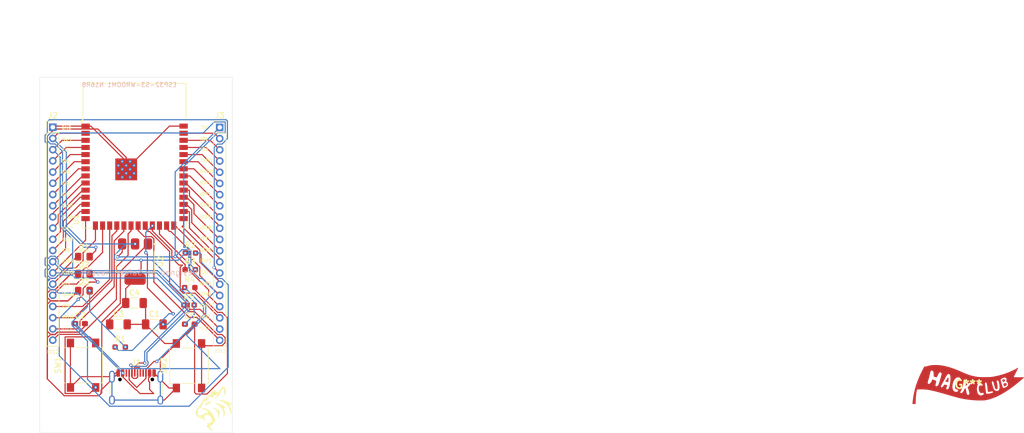
<source format=kicad_pcb>
(kicad_pcb (version 20241229) (generator "pcbnew") (generator_version "9.0")
  (layers (0 "F.Cu" signal) (2 "B.Cu" signal) (13 "F.Paste" user) (15 "B.Paste" user) (5 "F.SilkS" user "F.Silkscreen") (7 "B.SilkS" user "B.Silkscreen") (1 "F.Mask" user) (3 "B.Mask" user) (25 "Edge.Cuts" user))
  (net 0 "")
  (net 1 "GND")
  (net 2 "Net-(J2-Pin_3)")
  (net 3 "+5V")
  (net 4 "+3V3")
  (net 5 "Net-(D1-A)")
  (net 6 "Net-(D2-A)")
  (net 7 "Net-(D3-A)")
  (net 8 "Net-(J2-Pin_14)")
  (net 10 "Net-(J2-Pin_13)")
  (net 11 "Net-(J1-CC1)")
  (net 13 "Net-(J2-Pin_10)")
  (net 14 "Net-(J2-Pin_11)")
  (net 15 "Net-(J2-Pin_4)")
  (net 16 "Net-(J2-Pin_20)")
  (net 17 "Net-(J2-Pin_9)")
  (net 18 "Net-(J2-Pin_6)")
  (net 19 "Net-(J2-Pin_8)")
  (net 20 "Net-(J2-Pin_17)")
  (net 21 "Net-(J2-Pin_19)")
  (net 22 "Net-(J2-Pin_15)")
  (net 23 "Net-(J2-Pin_12)")
  (net 24 "Net-(J2-Pin_7)")
  (net 25 "Net-(J2-Pin_18)")
  (net 26 "Net-(J2-Pin_16)")
  (net 27 "Net-(J2-Pin_5)")
  (net 28 "Net-(J3-Pin_16)")
  (net 29 "Net-(J3-Pin_4)")
  (net 30 "Net-(J3-Pin_8)")
  (net 31 "Net-(J3-Pin_3)")
  (net 32 "Net-(J3-Pin_13)")
  (net 33 "Net-(J3-Pin_14)")
  (net 34 "Net-(J3-Pin_12)")
  (net 35 "Net-(J3-Pin_5)")
  (net 36 "Net-(J3-Pin_10)")
  (net 37 "Net-(J3-Pin_15)")
  (net 38 "Net-(J3-Pin_17)")
  (net 39 "Net-(J3-Pin_19)")
  (net 40 "Net-(J3-Pin_6)")
  (net 41 "Net-(J3-Pin_7)")
  (net 42 "Net-(J3-Pin_2)")
  (net 43 "Net-(J3-Pin_9)")
  (net 44 "Net-(J3-Pin_18)")
  (net 45 "Net-(J3-Pin_11)")
  (net 46 "Net-(J3-Pin_20)")
  (footprint "Package_TO_SOT_SMD:SOT-223-3_TabPin2" (layer "F.Cu") (at 111.26 102.99 -90)
    (property "Reference" "U2")
    (property "Value" "LD1117S33TR_SOT223")
  )
  (footprint "LOGO" (layer "F.Cu") (at 260.04 124.93)
    (property "Reference" "G***")
    (property "Value" "LOGO" (hide yes))
  )
  (footprint "LOGO" (layer "F.Cu") (at 125.69 128.74)
    (property "Reference" "G***" (hide yes))
    (property "Value" "LOGO" (hide yes))
  )
  (footprint "Capacitor_SMD:C_1206_3216Metric_Pad1.33x1.80mm_HandSolder" (layer "F.Cu") (at 111.15 110.39)
    (property "Reference" "C4")
    (property "Value" "22uF")
  )
  (footprint "Capacitor_SMD:C_0603_1608Metric_Pad1.08x0.95mm_HandSolder" (layer "F.Cu") (at 121.0225 114.16)
    (property "Reference" "C5")
    (property "Value" "100nF")
  )
  (footprint "Button_Switch_SMD:SW_SPST_B3S-1000" (layer "F.Cu") (at 101.97 121.49 90)
    (property "Reference" "SW1")
    (property "Value" "SW_Push")
  )
  (footprint "LED_SMD:LED_0805_2012Metric_Pad1.15x1.40mm_HandSolder" (layer "F.Cu") (at 102.125 108.19)
    (property "Reference" "D3")
    (property "Value" "LED")
  )
  (footprint "Button_Switch_SMD:SW_SPST_B3S-1000" (layer "F.Cu") (at 120.88 121.59 90)
    (property "Reference" "SW2")
    (property "Value" "SW_Push")
  )
  (footprint "Connector_PinHeader_2.00mm:PinHeader_1x20_P2.00mm_Vertical" (layer "F.Cu") (at 126.37 79.04)
    (property "Reference" "J3")
    (property "Value" "Conn_01x20_Pin")
  )
  (footprint "LED_SMD:LED_0805_2012Metric_Pad1.15x1.40mm_HandSolder" (layer "F.Cu") (at 102.125 105.15)
    (property "Reference" "D2")
    (property "Value" "LED")
  )
  (footprint "Resistor_SMD:R_0603_1608Metric_Pad0.98x0.95mm_HandSolder" (layer "F.Cu") (at 121.1075 104.43)
    (property "Reference" "R3")
    (property "Value" "5.1k")
  )
  (footprint "RF_Module:ESP32-S3-WROOM-1" (layer "F.Cu") (at 111.17 84.07)
    (property "Reference" "U1")
    (property "Value" "ESP32-S3-WROOM-1")
  )
  (footprint "Capacitor_SMD:C_0603_1608Metric_Pad1.08x0.95mm_HandSolder" (layer "F.Cu") (at 101.4425 114.06)
    (property "Reference" "C2")
    (property "Value" "100nF")
  )
  (footprint "Resistor_SMD:R_0603_1608Metric_Pad0.98x0.95mm_HandSolder" (layer "F.Cu") (at 121.14 101.46)
    (property "Reference" "R2")
    (property "Value" "5.1k")
  )
  (footprint "Capacitor_SMD:C_1206_3216Metric_Pad1.33x1.80mm_HandSolder" (layer "F.Cu") (at 114.7 114.2)
    (property "Reference" "C1")
    (property "Value" "10uF")
  )
  (footprint "Resistor_SMD:R_0603_1608Metric_Pad0.98x0.95mm_HandSolder" (layer "F.Cu") (at 121.02 107.63)
    (property "Reference" "R4")
    (property "Value" "5.1k")
  )
  (footprint "Connector_PinHeader_2.00mm:PinHeader_1x20_P2.00mm_Vertical" (layer "F.Cu") (at 96.57 79.01)
    (property "Reference" "J2")
    (property "Value" "Conn_01x20_Pin")
  )
  (footprint "Resistor_SMD:R_0603_1608Metric_Pad0.98x0.95mm_HandSolder" (layer "F.Cu") (at 108.61 118.25)
    (property "Reference" "R1")
    (property "Value" "5.1k")
  )
  (footprint "Capacitor_SMD:C_1206_3216Metric_Pad1.33x1.80mm_HandSolder" (layer "F.Cu") (at 108.29 114.2)
    (property "Reference" "C3")
    (property "Value" "10uF")
  )
  (footprint "Resistor_SMD:R_0603_1608Metric_Pad0.98x0.95mm_HandSolder" (layer "F.Cu") (at 120.89 110.75)
    (property "Reference" "R5")
    (property "Value" "5.1k")
  )
  (footprint "LED_SMD:LED_0805_2012Metric_Pad1.15x1.40mm_HandSolder" (layer "F.Cu") (at 102.125 102.11)
    (property "Reference" "D1")
    (property "Value" "LED")
  )
  (footprint "Connector_USB:USB_C_Receptacle_HCTL_HC-TYPE-C-16P-01A" (layer "F.Cu") (at 111.45 126.64)
    (property "Reference" "J1")
    (property "Value" "USB_C_Receptacle_USB2.0_16P")
  )
  (gr_rect (start 94.25 70.07) (end 128.63 133.58) (stroke (width 0.05)) (fill no) (layer "Edge.Cuts"))
  (gr_text "IO17" (at 98.04 97.42 0) (layer "F.SilkS") (effects (font (size 0.6 0.6) (thickness 0.1)) (justify left bottom)))
  (gr_text "IO46" (at 98.09 109.24 0) (layer "F.SilkS") (effects (font (size 0.6 0.6) (thickness 0.1)) (justify left bottom)))
  (gr_text "IO42" (at 122.74 89.28 0) (layer "F.SilkS") (effects (font (size 0.6 0.6) (thickness 0.1)) (justify left bottom)))
  (gr_text "IO35" (at 122.78 103.16 0) (layer "F.SilkS") (effects (font (size 0.6 0.6) (thickness 0.1)) (justify left bottom)))
  (gr_text "IO2\n" (at 122.84 83.31 0) (layer "F.SilkS") (effects (font (size 0.6 0.6) (thickness 0.1)) (justify left bottom)))
  (gr_text "IO21" (at 122.74 113.17 0) (layer "F.SilkS") (effects (font (size 0.6 0.6) (thickness 0.1)) (justify left bottom)))
  (gr_text "IO7" (at 98.09 91.37 0) (layer "F.SilkS") (effects (font (size 0.6 0.6) (thickness 0.1)) (justify left bottom)))
  (gr_text "IO4" (at 98.14 85.44 0) (layer "F.SilkS") (effects (font (size 0.6 0.6) (thickness 0.1)) (justify left bottom)))
  (gr_text "IO41" (at 122.74 91.26 0) (layer "F.SilkS") (effects (font (size 0.6 0.6) (thickness 0.1)) (justify left bottom)))
  (gr_text "IO20" (at 98.1 105.31 0) (layer "F.SilkS") (effects (font (size 0.6 0.6) (thickness 0.1)) (justify left bottom)))
  (gr_text "IO5" (at 98.14 87.35 0) (layer "F.SilkS") (effects (font (size 0.6 0.6) (thickness 0.1)) (justify left bottom)))
  (gr_text "IO12" (at 95.53 119.46 0) (layer "F.SilkS") (effects (font (size 0.6 0.6) (thickness 0.1)) (justify left bottom)))
  (gr_text "IO40" (at 122.72 93.25 0) (layer "F.SilkS") (effects (font (size 0.6 0.6) (thickness 0.1)) (justify left bottom)))
  (gr_text "5V" (at 123 79.36 0) (layer "F.SilkS") (effects (font (size 0.6 0.6) (thickness 0.1)) (justify left bottom)))
  (gr_text "GND" (at 98.04 79.45 0) (layer "F.SilkS") (effects (font (size 0.6 0.6) (thickness 0.1)) (justify left bottom)))
  (gr_text "IO8" (at 98.06 101.32 0) (layer "F.SilkS") (effects (font (size 0.6 0.6) (thickness 0.1)) (justify left bottom)))
  (gr_text "IO47\n" (at 122.73 111.22 0) (layer "F.SilkS") (effects (font (size 0.6 0.6) (thickness 0.1)) (justify left bottom)))
  (gr_text "IO39\n" (at 122.67 95.3 0) (layer "F.SilkS") (effects (font (size 0.6 0.6) (thickness 0.1)) (justify left bottom)))
  (gr_text "IO0" (at 122.75 105.2 0) (layer "F.SilkS") (effects (font (size 0.6 0.6) (thickness 0.1)) (justify left bottom)))
  (gr_text "IO13" (at 125.42 119.3 0) (layer "F.SilkS") (effects (font (size 0.6 0.6) (thickness 0.075)) (justify left bottom)))
  (gr_text "RXD0\n" (at 122.79 87.24 0) (layer "F.SilkS") (effects (font (size 0.6 0.6) (thickness 0.1)) (justify left bottom)))
  (gr_text "IO48" (at 122.74 109.13 0) (layer "F.SilkS") (effects (font (size 0.6 0.6) (thickness 0.1)) (justify left bottom)))
  (gr_text "IO45\n" (at 122.74 107.26 0) (layer "F.SilkS") (effects (font (size 0.6 0.6) (thickness 0.1)) (justify left bottom)))
  (gr_text "IO19" (at 98.13 103.27 0) (layer "F.SilkS") (effects (font (size 0.6 0.6) (thickness 0.1)) (justify left bottom)))
  (gr_text "IO16" (at 98.02 95.41 0) (layer "F.SilkS") (effects (font (size 0.6 0.6) (thickness 0.1)) (justify left bottom)))
  (gr_text "IO37" (at 122.67 99.28 0) (layer "F.SilkS") (effects (font (size 0.6 0.6) (thickness 0.1)) (justify left bottom)))
  (gr_text "IO6" (at 98.09 89.39 0) (layer "F.SilkS") (effects (font (size 0.6 0.6) (thickness 0.1)) (justify left bottom)))
  (gr_text "IO38" (at 122.69 97.31 0) (layer "F.SilkS") (effects (font (size 0.6 0.6) (thickness 0.1)) (justify left bottom)))
  (gr_text "IO9\n" (at 98.08 111.33 0) (layer "F.SilkS") (effects (font (size 0.6 0.6) (thickness 0.1)) (justify left bottom)))
  (gr_text "TXD0" (at 122.79 85.33 0) (layer "F.SilkS") (effects (font (size 0.6 0.6) (thickness 0.1)) (justify left bottom)))
  (gr_text "IO3\n" (at 98.09 107.37 0) (layer "F.SilkS") (effects (font (size 0.6 0.6) (thickness 0.1)) (justify left bottom)))
  (gr_text "IO11" (at 98.02 115.38 0) (layer "F.SilkS") (effects (font (size 0.6 0.6) (thickness 0.075)) (justify left bottom)))
  (gr_text "IO1\n" (at 122.8 81.5 0) (layer "F.SilkS") (effects (font (size 0.6 0.6) (thickness 0.1)) (justify left bottom)))
  (gr_text "IO10" (at 98.09 113.28 0) (layer "F.SilkS") (effects (font (size 0.6 0.6) (thickness 0.1)) (justify left bottom)))
  (gr_text "IO15" (at 98.07 93.36 0) (layer "F.SilkS") (effects (font (size 0.6 0.6) (thickness 0.1)) (justify left bottom)))
  (gr_text "IO18" (at 98.02 99.39 0) (layer "F.SilkS") (effects (font (size 0.6 0.6) (thickness 0.1)) (justify left bottom)))
  (gr_text "3V3" (at 98.15 81.61 0) (layer "F.SilkS") (effects (font (size 0.6 0.6) (thickness 0.1)) (justify left bottom)))
  (gr_text "EN" (at 98.19 83.42 0) (layer "F.SilkS") (effects (font (size 0.6 0.6) (thickness 0.1)) (justify left bottom)))
  (gr_text "IO36" (at 122.71 101.21 0) (layer "F.SilkS") (effects (font (size 0.6 0.6) (thickness 0.1)) (justify left bottom)))
  (gr_text "IO14" (at 122.67 115.27 0) (layer "F.SilkS") (effects (font (size 0.6 0.6) (thickness 0.075)) (justify left bottom)))
  (gr_text "ESP32-S3-WROOM1 N16R8" (at 118.74 71.9 0) (layer "B.SilkS") (effects (font (size 0.8 0.8) (thickness 0.1)) (justify left bottom mirror)))
  (gr_text "Designed by Safeer Hassan" (at 122.56 105.52 0) (layer "B.SilkS") (effects (font (size 1 1) (thickness 0.1)) (justify left bottom mirror)))
  (segment (start 100.850273 102.11) (end 101.1 102.11) (width 0.2) (layer "F.Cu") (net 1))
  (segment (start 99.256 110.034) (end 101.1 108.19) (width 0.2) (layer "F.Cu") (net 1))
  (segment (start 109.67 86.53) (end 109.67 84.38) (width 0.2) (layer "F.Cu") (net 1))
  (segment (start 95.594 110.605727) (end 96.165727 110.034) (width 0.2) (layer "F.Cu") (net 1))
  (segment (start 96.974273 108.034) (end 99.858273 105.15) (width 0.2) (layer "F.Cu") (net 1))
  (segment (start 95.594 107.414273) (end 95.594 106.557727) (width 0.2) (layer "F.Cu") (net 1))
  (segment (start 95.594 80.605727) (end 95.594 123.9331) (width 0.2) (layer "F.Cu") (net 1))
  (segment (start 127.747 113.036727) (end 127.747 122.975) (width 0.2) (layer "F.Cu") (net 1))
  (segment (start 116.5525 117.615) (end 113.1375 114.2) (width 0.2) (layer "F.Cu") (net 1))
  (segment (start 125.965727 112.064) (end 126.774273 112.064) (width 0.2) (layer "F.Cu") (net 1))
  (segment (start 108.25 122.895) (end 107.94 122.895) (width 0.2) (layer "F.Cu") (net 1))
  (segment (start 96.165727 115.986) (end 95.594 115.414273) (width 0.2) (layer "F.Cu") (net 1))
  (segment (start 107.94 122.895) (end 107.94 122.713032) (width 0.2) (layer "F.Cu") (net 1))
  (segment (start 95.594 123.9331) (end 95.594 116.605727) (width 0.2) (layer "F.Cu") (net 1))
  (segment (start 121.9325 108.030773) (end 125.965727 112.064) (width 0.2) (layer "F.Cu") (net 1))
  (segment (start 101.1 108.19) (end 99.304 109.986) (width 0.2) (layer "F.Cu") (net 1))
  (segment (start 105.171 125.974) (end 105.171 126.541) (width 0.2) (layer "F.Cu") (net 1))
  (segment (start 118.63 117.615) (end 116.5525 117.615) (width 0.2) (layer "F.Cu") (net 1))
  (segment (start 121.885 114.36) (end 121.885 114.16) (width 0.2) (layer "F.Cu") (net 1))
  (segment (start 113.1375 110.815) (end 112.7125 110.39) (width 0.2) (layer "F.Cu") (net 1))
  (segment (start 97.4279 115.585) (end 97.3129 115.7) (width 0.2) (layer "F.Cu") (net 1))
  (segment (start 102.42 78.81) (end 103.37 78.81) (width 0.2) (layer "F.Cu") (net 1))
  (segment (start 99.858273 105.15) (end 101.1 105.15) (width 0.2) (layer "F.Cu") (net 1))
  (segment (start 102.305 114.06) (end 102.305 114.535) (width 0.2) (layer "F.Cu") (net 1))
  (segment (start 99.304 109.986) (end 96.165727 109.986) (width 0.2) (layer "F.Cu") (net 1))
  (segment (start 95.594 123.9331) (end 98.6029 126.942) (width 0.2) (layer "F.Cu") (net 1))
  (segment (start 108.25 122.895) (end 105.171 125.974) (width 0.2) (layer "F.Cu") (net 1))
  (segment (start 95.594 109.414273) (end 95.594 108.605727) (width 0.2) (layer "F.Cu") (net 1))
  (segment (start 96.9789 116.034) (end 97.4279 115.585) (width 0.2) (layer "F.Cu") (net 1))
  (segment (start 96.165727 109.986) (end 95.594 109.414273) (width 0.2) (layer "F.Cu") (net 1))
  (segment (start 108.624 104.776) (end 113.56 99.84) (width 0.2) (layer "F.Cu") (net 1))
  (segment (start 96.974273 105.986) (end 100.850273 102.11) (width 0.2) (layer "F.Cu") (net 1))
  (segment (start 95.594 106.557727) (end 96.165727 105.986) (width 0.2) (layer "F.Cu") (net 1))
  (segment (start 96.165727 116.034) (end 96.9789 116.034) (width 0.2) (layer "F.Cu") (net 1))
  (segment (start 115.77 122.985) (end 115.77 123.535) (width 0.2) (layer "F.Cu") (net 1))
  (segment (start 99.810273 105.15) (end 96.974273 107.986) (width 0.2) (layer "F.Cu") (net 1))
  (segment (start 110.37 85.81) (end 110.37 86.53) (width 0.2) (layer "F.Cu") (net 1))
  (segment (start 113.1375 114.2) (end 113.1375 110.815) (width 0.2) (layer "F.Cu") (net 1))
  (segment (start 105.31 113.76884) (end 108.624 110.45484) (width 0.2) (layer "F.Cu") (net 1))
  (segment (start 99.72 125.465) (end 101.65 123.535) (width 0.2) (layer "F.Cu") (net 1))
  (segment (start 124.081 126.641) (end 122.179 126.641) (width 0.2) (layer "F.Cu") (net 1))
  (segment (start 121.9325 107.63) (end 121.9325 108.030773) (width 0.2) (layer "F.Cu") (net 1))
  (segment (start 127.747 122.975) (end 124.081 126.641) (width 0.2) (layer "F.Cu") (net 1))
  (segment (start 117.39 78.81) (end 119.92 78.81) (width 0.2) (layer "F.Cu") (net 1))
  (segment (start 103.37 78.81) (end 110.37 85.81) (width 0.2) (layer "F.Cu") (net 1))
  (segment (start 107.77 122.895) (end 107.13 123.535) (width 0.2) (layer "F.Cu") (net 1))
  (segment (start 109.67 84.38) (end 104.619 79.329) (width 0.2) (layer "F.Cu") (net 1))
  (segment (start 117.32 125.565) (end 118.63 125.565) (width 0.2) (layer "F.Cu") (net 1))
  (segment (start 107.94 122.895) (end 107.77 122.895) (width 0.2) (layer "F.Cu") (net 1))
  (segment (start 105.171 126.541) (end 104.77 126.942) (width 0.2) (layer "F.Cu") (net 1))
  (segment (start 116.48 127.715) (end 118.63 125.565) (width 0.2) (layer "F.Cu") (net 1))
  (segment (start 115.77 123.535) (end 115.29 123.535) (width 0.2) (layer "F.Cu") (net 1))
  (segment (start 96.165727 110.034) (end 99.256 110.034) (width 0.2) (layer "F.Cu") (net 1))
  (segment (start 96.974273 107.986) (end 96.165727 107.986) (width 0.2) (layer "F.Cu") (net 1))
  (segment (start 98.6029 126.942) (end 104.77 126.942) (width 0.2) (layer "F.Cu") (net 1))
  (segment (start 95.594 108.605727) (end 96.165727 108.034) (width 0.2) (layer "F.Cu") (net 1))
  (segment (start 101.225 115.585) (end 102.305 114.505) (width 0.2) (layer "F.Cu") (net 1))
  (segment (start 126.774273 112.064) (end 127.747 113.036727) (width 0.2) (layer "F.Cu") (net 1))
  (segment (start 104.77 126.942) (end 105.31 126.402) (width 0.2) (layer "F.Cu") (net 1))
  (segment (start 105.31 126.402) (end 105.31 113.76884) (width 0.2) (layer "F.Cu") (net 1))
  (segment (start 97.4279 115.585) (end 101.225 115.585) (width 0.2) (layer "F.Cu") (net 1))
  (segment (start 109.67 86.53) (end 117.39 78.81) (width 0.2) (layer "F.Cu") (net 1))
  (segment (start 95.594 116.605727) (end 96.165727 116.034) (width 0.2) (layer "F.Cu") (net 1))
  (segment (start 115.77 120.475) (end 118.63 117.615) (width 0.2) (layer "F.Cu") (net 1))
  (segment (start 95.594 115.414273) (end 95.594 110.605727) (width 0.2) (layer "F.Cu") (net 1))
  (segment (start 115.77 123.535) (end 115.77 120.475) (width 0.2) (layer "F.Cu") (net 1))
  (segment (start 96.974273 115.986) (end 96.165727 115.986) (width 0.2) (layer "F.Cu") (net 1))
  (segment (start 99.72 117.515) (end 99.72 125.465) (width 0.2) (layer "F.Cu") (net 1))
  (segment (start 96.165727 107.986) (end 95.594 107.414273) (width 0.2) (layer "F.Cu") (net 1))
  (segment (start 101.255 115.585) (end 97.4279 115.585) (width 0.2) (layer "F.Cu") (net 1))
  (segment (start 121.885 126.347) (end 121.885 114.16) (width 0.2) (layer "F.Cu") (net 1))
  (segment (start 104.619 79.329) (end 96.870727 79.329) (width 0.2) (layer "F.Cu") (net 1))
  (segment (start 97.3129 115.7) (end 97.260273 115.7) (width 0.2) (layer "F.Cu") (net 1))
  (segment (start 114.65 122.895) (end 117.32 125.565) (width 0.2) (layer "F.Cu") (net 1))
  (segment (start 108.624 110.45484) (end 108.624 104.776) (width 0.2) (layer "F.Cu") (net 1))
  (segment (start 115.77 127.715) (end 116.48 127.715) (width 0.2) (layer "F.Cu") (net 1))
  (segment (start 96.165727 105.986) (end 96.974273 105.986) (width 0.2) (layer "F.Cu") (net 1))
  (segment (start 122.179 126.641) (end 121.885 126.347) (width 0.2) (layer "F.Cu") (net 1))
  (segment (start 97.260273 115.7) (end 96.974273 115.986) (width 0.2) (layer "F.Cu") (net 1))
  (segment (start 96.165727 108.034) (end 96.974273 108.034) (width 0.2) (layer "F.Cu") (net 1))
  (segment (start 102.42 78.81) (end 96.77 78.81) (width 0.2) (layer "F.Cu") (net 1))
  (segment (start 102.305 114.505) (end 102.305 114.06) (width 0.2) (layer "F.Cu") (net 1))
  (segment (start 102.305 114.535) (end 101.255 115.585) (width 0.2) (layer "F.Cu") (net 1))
  (segment (start 118.63 117.615) (end 121.885 114.36) (width 0.2) (layer "F.Cu") (net 1))
  (segment (start 96.77 78.81) (end 96.57 79.01) (width 0.2) (layer "F.Cu") (net 1))
  (segment (start 109.8525 114.2) (end 113.1375 114.2) (width 0.2) (layer "F.Cu") (net 1))
  (segment (start 101.1 105.15) (end 99.810273 105.15) (width 0.2) (layer "F.Cu") (net 1))
  (segment (start 96.870727 79.329) (end 95.594 80.605727) (width 0.2) (layer "F.Cu") (net 1))
  (segment (start 115.29 123.535) (end 114.65 122.895) (width 0.2) (layer "F.Cu") (net 1))
  (segment (start 101.65 123.535) (end 107.13 123.535) (width 0.2) (layer "F.Cu") (net 1))
  (segment (start 115.77 127.715) (end 115.77 123.535) (width 0.2) (layer "B.Cu") (net 1))
  (segment (start 107.13 127.715) (end 115.77 127.715) (width 0.2) (layer "B.Cu") (net 1))
  (segment (start 107.13 123.535) (end 107.13 127.715) (width 0.2) (layer "B.Cu") (net 1))
  (segment (start 121.876727 111.927) (end 125.965727 116.016) (width 0.2) (layer "F.Cu") (net 2))
  (segment (start 123.13 125.565) (end 123.13 117.615) (width 0.2) (layer "F.Cu") (net 2))
  (segment (start 127.346 116.587727) (end 127.346 117.444273) (width 0.2) (layer "F.Cu") (net 2))
  (segment (start 119.9775 110.75) (end 119.9775 110.995734) (width 0.2) (layer "F.Cu") (net 2))
  (segment (start 126.774273 118.016) (end 123.531 118.016) (width 0.2) (layer "F.Cu") (net 2))
  (segment (start 98.23 81.35) (end 96.57 83.01) (width 0.2) (layer "F.Cu") (net 2))
  (segment (start 119.9775 110.995734) (end 120.908766 111.927) (width 0.2) (layer "F.Cu") (net 2))
  (segment (start 123.531 118.016) (end 123.13 117.615) (width 0.2) (layer "F.Cu") (net 2))
  (segment (start 102.42 81.35) (end 98.23 81.35) (width 0.2) (layer "F.Cu") (net 2))
  (segment (start 126.774273 116.016) (end 127.346 116.587727) (width 0.2) (layer "F.Cu") (net 2))
  (segment (start 127.346 117.444273) (end 126.774273 118.016) (width 0.2) (layer "F.Cu") (net 2))
  (segment (start 120.908766 111.927) (end 121.876727 111.927) (width 0.2) (layer "F.Cu") (net 2))
  (segment (start 125.965727 116.016) (end 126.774273 116.016) (width 0.2) (layer "F.Cu") (net 2))
  (via (at 116.2625 114.2) (size 0.6) (drill 0.3) (layers "F.Cu" "B.Cu") (net 2))
  (via (at 119.9775 110.75) (size 0.6) (drill 0.3) (layers "F.Cu" "B.Cu") (net 2))
  (segment (start 97.546 103.414273) (end 97.543687 103.416587) (width 0.2) (layer "B.Cu") (net 2))
  (segment (start 100.59 105.93) (end 100.071 105.411) (width 0.2) (layer "B.Cu") (net 2))
  (segment (start 97.9061 84.3461) (end 96.57 83.01) (width 0.2) (layer "B.Cu") (net 2))
  (segment (start 96.165727 102.034) (end 96.974273 102.034) (width 0.2) (layer "B.Cu") (net 2))
  (segment (start 97.543687 103.416587) (end 98.3351 104.208) (width 0.2) (layer "B.Cu") (net 2))
  (segment (start 95.594 102.605727) (end 96.165727 102.034) (width 0.2) (layer "B.Cu") (net 2))
  (segment (start 98.3351 104.208) (end 100.11 104.208) (width 0.2) (layer "B.Cu") (net 2))
  (segment (start 96.165727 103.986) (end 95.594 103.414273) (width 0.2) (layer "B.Cu") (net 2))
  (segment (start 97.546 102.605727) (end 97.546 103.414273) (width 0.2) (layer "B.Cu") (net 2))
  (segment (start 96.974273 105.986) (end 96.165727 105.986) (width 0.2) (layer "B.Cu") (net 2))
  (segment (start 115.1575 105.93) (end 100.59 105.93) (width 0.2) (layer "B.Cu") (net 2))
  (segment (start 100.11 104.208) (end 100.11 99.0242) (width 0.2) (layer "B.Cu") (net 2))
  (segment (start 117.039943 114.2) (end 119.9775 111.262443) (width 0.2) (layer "B.Cu") (net 2))
  (segment (start 119.9775 111.262443) (end 119.9775 110.75) (width 0.2) (layer "B.Cu") (net 2))
  (segment (start 95.594 103.414273) (end 95.594 102.605727) (width 0.2) (layer "B.Cu") (net 2))
  (segment (start 97.9061 96.8203) (end 97.9061 84.3461) (width 0.2) (layer "B.Cu") (net 2))
  (segment (start 96.974273 102.034) (end 97.546 102.605727) (width 0.2) (layer "B.Cu") (net 2))
  (segment (start 100.11 99.0242) (end 97.9061 96.8203) (width 0.2) (layer "B.Cu") (net 2))
  (segment (start 119.9775 110.75) (end 115.1575 105.93) (width 0.2) (layer "B.Cu") (net 2))
  (segment (start 116.2625 114.2) (end 117.039943 114.2) (width 0.2) (layer "B.Cu") (net 2))
  (segment (start 95.594 104.605727) (end 96.165727 104.034) (width 0.2) (layer "B.Cu") (net 2))
  (segment (start 97.546 105.414273) (end 96.974273 105.986) (width 0.2) (layer "B.Cu") (net 2))
  (segment (start 95.594 105.414273) (end 95.594 104.605727) (width 0.2) (layer "B.Cu") (net 2))
  (segment (start 96.165727 105.986) (end 95.594 105.414273) (width 0.2) (layer "B.Cu") (net 2))
  (segment (start 100.071 105.411) (end 97.546 105.411) (width 0.2) (layer "B.Cu") (net 2))
  (segment (start 97.546 105.411) (end 97.546 105.414273) (width 0.2) (layer "B.Cu") (net 2))
  (segment (start 109.05 122.895) (end 109.05 123.568992) (width 0.2) (layer "F.Cu") (net 3))
  (segment (start 113.85 125.83) (end 113.85 124.501008) (width 0.2) (layer "F.Cu") (net 3))
  (segment (start 111.428824 125.85) (end 112.128824 126.55) (width 0.2) (layer "F.Cu") (net 3))
  (segment (start 113.85 123.568992) (end 113.85 122.895) (width 0.2) (layer "F.Cu") (net 3))
  (segment (start 113.85 124.501008) (end 113.664 124.315008) (width 0.2) (layer "F.Cu") (net 3))
  (segment (start 118.74 102.09) (end 118.42 102.09) (width 0.2) (layer "F.Cu") (net 3))
  (segment (start 109.05 123.568992) (end 111.331008 125.85) (width 0.2) (layer "F.Cu") (net 3))
  (segment (start 113.664 123.754992) (end 113.85 123.568992) (width 0.2) (layer "F.Cu") (net 3))
  (segment (start 120.195 104.43) (end 120.195 103.545) (width 0.2) (layer "F.Cu") (net 3))
  (segment (start 113.664 124.315008) (end 113.664 123.754992) (width 0.2) (layer "F.Cu") (net 3))
  (segment (start 108.14 102.15) (end 108.96 101.33) (width 0.2) (layer "F.Cu") (net 3))
  (segment (start 114.57 126.55) (end 113.85 125.83) (width 0.2) (layer "F.Cu") (net 3))
  (segment (start 108.96 101.33) (end 108.96 99.84) (width 0.2) (layer "F.Cu") (net 3))
  (segment (start 120.195 103.545) (end 118.74 102.09) (width 0.2) (layer "F.Cu") (net 3))
  (segment (start 112.128824 126.55) (end 114.57 126.55) (width 0.2) (layer "F.Cu") (net 3))
  (segment (start 111.331008 125.85) (end 111.428824 125.85) (width 0.2) (layer "F.Cu") (net 3))
  (via (at 108.14 102.15) (size 0.6) (drill 0.3) (layers "F.Cu" "B.Cu") (net 3))
  (via (at 109.05 122.895) (size 0.6) (drill 0.3) (layers "F.Cu" "B.Cu") (net 3))
  (via (at 118.42 102.09) (size 0.6) (drill 0.3) (layers "F.Cu" "B.Cu") (net 3))
  (via (at 100.58 114.06) (size 0.6) (drill 0.3) (layers "F.Cu" "B.Cu") (net 3))
  (segment (start 120.8285 104.088443) (end 120.8285 101.211057) (width 0.2) (layer "B.Cu") (net 3))
  (segment (start 100.58 114.06) (end 108.622 122.102) (width 0.2) (layer "B.Cu") (net 3))
  (segment (start 123.870278 110.825678) (end 123.4468 110.4022) (width 0.2) (layer "B.Cu") (net 3))
  (segment (start 119.651 100.859) (end 118.42 102.09) (width 0.2) (layer "B.Cu") (net 3))
  (segment (start 126.37 79.04) (end 118.42 86.99) (width 0.2) (layer "B.Cu") (net 3))
  (segment (start 122.756057 106.016) (end 120.8285 104.088443) (width 0.2) (layer "B.Cu") (net 3))
  (segment (start 118.42 86.99) (end 118.42 102.09) (width 0.2) (layer "B.Cu") (net 3))
  (segment (start 120.8285 101.211057) (end 120.476443 100.859) (width 0.2) (layer "B.Cu") (net 3))
  (segment (start 120.51 116.0171) (end 123.870278 112.656822) (width 0.2) (layer "B.Cu") (net 3))
  (segment (start 118.42 102.15) (end 108.14 102.15) (width 0.2) (layer "B.Cu") (net 3))
  (segment (start 123.870278 112.656822) (end 123.870278 110.825678) (width 0.2) (layer "B.Cu") (net 3))
  (segment (start 126.391 122.102) (end 120.51 116.221) (width 0.2) (layer "B.Cu") (net 3))
  (segment (start 100.58 114.425) (end 100.58 114.06) (width 0.2) (layer "B.Cu") (net 3))
  (segment (start 123.236 106.016) (end 125.5345 108.3145) (width 0.2) (layer "B.Cu") (net 3))
  (segment (start 122.756057 106.016) (end 123.236 106.016) (width 0.2) (layer "B.Cu") (net 3))
  (segment (start 118.42 102.09) (end 118.42 102.15) (width 0.2) (layer "B.Cu") (net 3))
  (segment (start 120.51 116.221) (end 120.51 116.0171) (width 0.2) (layer "B.Cu") (net 3))
  (segment (start 108.14 102.15) (end 108.13 102.16) (width 0.2) (layer "B.Cu") (net 3))
  (segment (start 120.476443 100.859) (end 119.651 100.859) (width 0.2) (layer "B.Cu") (net 3))
  (segment (start 109.05 122.895) (end 100.58 114.425) (width 0.2) (layer "B.Cu") (net 3))
  (segment (start 108.622 122.102) (end 126.391 122.102) (width 0.2) (layer "B.Cu") (net 3))
  (segment (start 123.4468 110.4022) (end 125.5345 108.3145) (width 0.2) (layer "B.Cu") (net 3))
  (segment (start 97.5 80.08) (end 96.57 81.01) (width 0.2) (layer "F.Cu") (net 4))
  (segment (start 109.5875 110.39) (end 109.5875 107.8125) (width 0.2) (layer "F.Cu") (net 4))
  (segment (start 112.33 105.07) (end 112.33 102.751) (width 0.2) (layer "F.Cu") (net 4))
  (segment (start 109.5875 107.8125) (end 111.26 106.14) (width 0.2) (layer "F.Cu") (net 4))
  (segment (start 111.26 106.14) (end 112.33 105.07) (width 0.2) (layer "F.Cu") (net 4))
  (segment (start 106.7275 114.2) (end 106.7275 113.25) (width 0.2) (layer "F.Cu") (net 4))
  (segment (start 106.7275 113.25) (end 109.5875 110.39) (width 0.2) (layer "F.Cu") (net 4))
  (segment (start 102.42 80.08) (end 97.5 80.08) (width 0.2) (layer "F.Cu") (net 4))
  (via (at 120.16 114.16) (size 0.6) (drill 0.3) (layers "F.Cu" "B.Cu") (net 4))
  (via (at 111.26 99.84) (size 0.6) (drill 0.3) (layers "F.Cu" "B.Cu") (net 4))
  (via (at 121.8025 110.75) (size 0.6) (drill 0.3) (layers "F.Cu" "B.Cu") (net 4))
  (via (at 112.33 102.751) (size 0.6) (drill 0.3) (layers "F.Cu" "B.Cu") (net 4))
  (via (at 120.2275 101.46) (size 0.6) (drill 0.3) (layers "F.Cu" "B.Cu") (net 4))
  (segment (start 107.539 101.901057) (end 107.539 102.398943) (width 0.2) (layer "B.Cu") (net 4))
  (segment (start 99.11 96.77) (end 102.18 99.84) (width 0.2) (layer "B.Cu") (net 4))
  (segment (start 120.16 114.16) (end 121.8025 112.5175) (width 0.2) (layer "B.Cu") (net 4))
  (segment (start 107.891057 102.751) (end 112.33 102.751) (width 0.2) (layer "B.Cu") (net 4))
  (segment (start 107.539 102.398943) (end 107.891057 102.751) (width 0.2) (layer "B.Cu") (net 4))
  (segment (start 98.99 96.77) (end 99.11 96.77) (width 0.2) (layer "B.Cu") (net 4))
  (segment (start 121.8025 110.2335) (end 114.32 102.751) (width 0.2) (layer "B.Cu") (net 4))
  (segment (start 98.99 83.43) (end 98.99 96.77) (width 0.2) (layer "B.Cu") (net 4))
  (segment (start 114.32 102.751) (end 118.9365 102.751) (width 0.2) (layer "B.Cu") (net 4))
  (segment (start 121.8025 110.75) (end 121.8025 110.2335) (width 0.2) (layer "B.Cu") (net 4))
  (segment (start 118.9365 102.751) (end 120.2275 101.46) (width 0.2) (layer "B.Cu") (net 4))
  (segment (start 112.33 102.751) (end 114.32 102.751) (width 0.2) (layer "B.Cu") (net 4))
  (segment (start 96.57 81.01) (end 98.99 83.43) (width 0.2) (layer "B.Cu") (net 4))
  (segment (start 102.18 99.84) (end 111.26 99.84) (width 0.2) (layer "B.Cu") (net 4))
  (segment (start 109.600057 99.84) (end 107.539 101.901057) (width 0.2) (layer "B.Cu") (net 4))
  (segment (start 111.26 99.84) (end 109.600057 99.84) (width 0.2) (layer "B.Cu") (net 4))
  (segment (start 121.8025 112.5175) (end 121.8025 110.75) (width 0.2) (layer "B.Cu") (net 4))
  (segment (start 103.15 102.11) (end 104.24 101.02) (width 0.2) (layer "F.Cu") (net 5))
  (segment (start 104.24 101.02) (end 104.24 100.44) (width 0.2) (layer "F.Cu") (net 5))
  (via (at 104.24 100.44) (size 0.6) (drill 0.3) (layers "F.Cu" "B.Cu") (net 5))
  (via (at 122.02 104.43) (size 0.6) (drill 0.3) (layers "F.Cu" "B.Cu") (net 5))
  (segment (start 98.3071 96.6542) (end 102.0929 100.44) (width 0.2) (layer "B.Cu") (net 5))
  (segment (start 122.02 104.43) (end 121.2295 103.6395) (width 0.2) (layer "B.Cu") (net 5))
  (segment (start 119.96 100.458) (end 119.96 86.0171) (width 0.2) (layer "B.Cu") (net 5))
  (segment (start 127.346 80.016) (end 127.346 78.064) (width 0.2) (layer "B.Cu") (net 5))
  (segment (start 96.165727 81.986) (end 96.974273 81.986) (width 0.2) (layer "B.Cu") (net 5))
  (segment (start 102.0929 100.44) (end 104.24 100.44) (width 0.2) (layer "B.Cu") (net 5))
  (segment (start 121.2295 101.044957) (end 120.642543 100.458) (width 0.2) (layer "B.Cu") (net 5))
  (segment (start 95.594 81.414273) (end 96.165727 81.986) (width 0.2) (layer "B.Cu") (net 5))
  (segment (start 120.642543 100.458) (end 119.96 100.458) (width 0.2) (layer "B.Cu") (net 5))
  (segment (start 95.594 80.605727) (end 95.594 81.414273) (width 0.2) (layer "B.Cu") (net 5))
  (segment (start 123.424 80.034) (end 96.165727 80.034) (width 0.2) (layer "B.Cu") (net 5))
  (segment (start 121.2295 103.6395) (end 121.2295 101.044957) (width 0.2) (layer "B.Cu") (net 5))
  (segment (start 125.394 78.064) (end 123.424 80.034) (width 0.2) (layer "B.Cu") (net 5))
  (segment (start 119.96 86.0171) (end 125.9611 80.016) (width 0.2) (layer "B.Cu") (net 5))
  (segment (start 125.9611 80.016) (end 127.346 80.016) (width 0.2) (layer "B.Cu") (net 5))
  (segment (start 96.165727 80.034) (end 95.594 80.605727) (width 0.2) (layer "B.Cu") (net 5))
  (segment (start 127.346 78.064) (end 125.394 78.064) (width 0.2) (layer "B.Cu") (net 5))
  (segment (start 98.3071 83.318827) (end 98.3071 96.6542) (width 0.2) (layer "B.Cu") (net 5))
  (segment (start 96.974273 81.986) (end 98.3071 83.318827) (width 0.2) (layer "B.Cu") (net 5))
  (segment (start 104.6 106.65) (end 103.12884 106.65) (width 0.2) (layer "F.Cu") (net 6))
  (segment (start 103.15 105.15) (end 103.15 105.2) (width 0.2) (layer "F.Cu") (net 6))
  (segment (start 101.976 107.80284) (end 101.976 108.884) (width 0.2) (layer "F.Cu") (net 6))
  (segment (start 103.12884 106.65) (end 101.976 107.80284) (width 0.2) (layer "F.Cu") (net 6))
  (segment (start 103.15 105.2) (end 104.6 106.65) (width 0.2) (layer "F.Cu") (net 6))
  (segment (start 101.976 108.884) (end 101.125 109.735) (width 0.2) (layer "F.Cu") (net 6))
  (segment (start 101.125 109.735) (end 101.08 109.78) (width 0.2) (layer "F.Cu") (net 6))
  (via (at 122.0525 101.46) (size 0.6) (drill 0.3) (layers "F.Cu" "B.Cu") (net 6))
  (via (at 101.125 109.735) (size 0.6) (drill 0.3) (layers "F.Cu" "B.Cu") (net 6))
  (via (at 104.6 106.65) (size 0.6) (drill 0.3) (layers "F.Cu" "B.Cu") (net 6))
  (segment (start 120.894 128.816) (end 127.89 121.82) (width 0.2) (layer "B.Cu") (net 6))
  (segment (start 123.09 103.140273) (end 123.09 101.71) (width 0.2) (layer "B.Cu") (net 6))
  (segment (start 106.721057 128.816) (end 120.894 128.816) (width 0.2) (layer "B.Cu") (net 6))
  (segment (start 123.09 101.71) (end 122.84 101.46) (width 0.2) (layer "B.Cu") (net 6))
  (segment (start 126.774273 106.016) (end 125.965727 106.016) (width 0.2) (layer "B.Cu") (net 6))
  (segment (start 97.729 119.823943) (end 106.721057 128.816) (width 0.2) (layer "B.Cu") (net 6))
  (segment (start 122.84 101.46) (end 122.0525 101.46) (width 0.2) (layer "B.Cu") (net 6))
  (segment (start 97.729 113.131) (end 97.729 119.823943) (width 0.2) (layer "B.Cu") (net 6))
  (segment (start 101.125 109.735) (end 97.729 113.131) (width 0.2) (layer "B.Cu") (net 6))
  (segment (start 127.89 107.131727) (end 126.774273 106.016) (width 0.2) (layer "B.Cu") (net 6))
  (segment (start 125.965727 106.016) (end 123.09 103.140273) (width 0.2) (layer "B.Cu") (net 6))
  (segment (start 127.89 121.82) (end 127.89 107.131727) (width 0.2) (layer "B.Cu") (net 6))
  (via (at 103.15 108.19) (size 0.6) (drill 0.3) (layers "F.Cu" "B.Cu") (net 7))
  (via (at 109.5225 118.25) (size 0.6) (drill 0.3) (layers "F.Cu" "B.Cu") (net 7))
  (segment (start 103.15 108.19) (end 103.15 111.8775) (width 0.2) (layer "B.Cu") (net 7))
  (segment (start 103.15 111.8775) (end 109.5225 118.25) (width 0.2) (layer "B.Cu") (net 7))
  (segment (start 102.42 95.32) (end 102.42 99.16) (width 0.2) (layer "F.Cu") (net 8))
  (segment (start 112.030824 121.944) (end 112.2 122.113176) (width 0.2) (layer "F.Cu") (net 8))
  (segment (start 112.2 122.113176) (end 112.2 122.895) (width 0.2) (layer "F.Cu") (net 8))
  (segment (start 111.2 122.211176) (end 111.467176 121.944) (width 0.2) (layer "F.Cu") (net 8))
  (segment (start 102.42 99.16) (end 96.57 105.01) (width 0.2) (layer "F.Cu") (net 8))
  (segment (start 111.467176 121.944) (end 112.030824 121.944) (width 0.2) (layer "F.Cu") (net 8))
  (segment (start 112.968235 121.1) (end 111.92 121.1) (width 0.2) (layer "F.Cu") (net 8))
  (segment (start 111.2 121.82) (end 111.2 122.895) (width 0.2) (layer "F.Cu") (net 8))
  (segment (start 111.2 122.895) (end 111.2 122.211176) (width 0.2) (layer "F.Cu") (net 8))
  (segment (start 111.92 121.1) (end 111.2 121.82) (width 0.2) (layer "F.Cu") (net 8))
  (via (at 112.968235 121.1) (size 0.6) (drill 0.3) (layers "F.Cu" "B.Cu") (net 8))
  (segment (start 120.5785 111.4615) (end 120.5785 110.501057) (width 0.2) (layer "B.Cu") (net 8))
  (segment (start 120.5785 110.501057) (end 115.087443 105.01) (width 0.2) (layer "B.Cu") (net 8))
  (segment (start 115.087443 105.01) (end 96.57 105.01) (width 0.2) (layer "B.Cu") (net 8))
  (segment (start 112.968235 119.071765) (end 120.5785 111.4615) (width 0.2) (layer "B.Cu") (net 8))
  (segment (start 112.968235 121.1) (end 112.968235 119.071765) (width 0.2) (layer "B.Cu") (net 8))
  (segment (start 110.967176 123.846) (end 111.473 123.846) (width 0.2) (layer "F.Cu") (net 10))
  (segment (start 110.7 123.578824) (end 110.967176 123.846) (width 0.2) (layer "F.Cu") (net 10))
  (segment (start 110.7 122.895) (end 110.7 123.578824) (width 0.2) (layer "F.Cu") (net 10))
  (segment (start 102.42 94.05) (end 101.47 94.05) (width 0.2) (layer "F.Cu") (net 10))
  (segment (start 111.7 123.619) (end 111.7 122.895) (width 0.2) (layer "F.Cu") (net 10))
  (segment (start 110.7 121.68) (end 110.51 121.49) (width 0.2) (layer "F.Cu") (net 10))
  (segment (start 98.851 96.669) (end 98.851 100.729) (width 0.2) (layer "F.Cu") (net 10))
  (segment (start 110.7 122.895) (end 110.7 121.68) (width 0.2) (layer "F.Cu") (net 10))
  (segment (start 98.851 100.729) (end 96.57 103.01) (width 0.2) (layer "F.Cu") (net 10))
  (segment (start 111.473 123.846) (end 111.7 123.619) (width 0.2) (layer "F.Cu") (net 10))
  (segment (start 101.47 94.05) (end 98.851 96.669) (width 0.2) (layer "F.Cu") (net 10))
  (via (at 110.51 121.49) (size 0.6) (drill 0.3) (layers "F.Cu" "B.Cu") (net 10))
  (segment (start 98.169 104.609) (end 96.57 103.01) (width 0.2) (layer "B.Cu") (net 10))
  (segment (start 113.569235 120.851057) (end 113.369235 120.651057) (width 0.2) (layer "B.Cu") (net 10))
  (segment (start 113.217178 121.701) (end 113.569235 121.348943) (width 0.2) (layer "B.Cu") (net 10))
  (segment (start 115.253543 104.609) (end 98.169 104.609) (width 0.2) (layer "B.Cu") (net 10))
  (segment (start 120.9795 111.6276) (end 120.9795 110.334957) (width 0.2) (layer "B.Cu") (net 10))
  (segment (start 113.369235 119.237865) (end 120.9795 111.6276) (width 0.2) (layer "B.Cu") (net 10))
  (segment (start 110.51 121.49) (end 110.721 121.701) (width 0.2) (layer "B.Cu") (net 10))
  (segment (start 113.369235 120.651057) (end 113.369235 119.237865) (width 0.2) (layer "B.Cu") (net 10))
  (segment (start 120.9795 110.334957) (end 115.253543 104.609) (width 0.2) (layer "B.Cu") (net 10))
  (segment (start 113.569235 121.348943) (end 113.569235 120.851057) (width 0.2) (layer "B.Cu") (net 10))
  (segment (start 110.721 121.701) (end 113.217178 121.701) (width 0.2) (layer "B.Cu") (net 10))
  (segment (start 110.2 124.11) (end 111.56 125.47) (width 0.2) (layer "F.Cu") (net 11))
  (segment (start 113.2 123.83) (end 113.2 122.895) (width 0.2) (layer "F.Cu") (net 11))
  (segment (start 113.2 122.245001) (end 114.625001 120.82) (width 0.2) (layer "F.Cu") (net 11))
  (segment (start 113.2 122.895) (end 113.2 122.245001) (width 0.2) (layer "F.Cu") (net 11))
  (segment (start 110.2 122.895) (end 110.2 124.11) (width 0.2) (layer "F.Cu") (net 11))
  (segment (start 111.56 125.47) (end 113.2 123.83) (width 0.2) (layer "F.Cu") (net 11))
  (segment (start 114.625001 120.82) (end 115.14 120.82) (width 0.2) (layer "F.Cu") (net 11))
  (via (at 120.1075 107.63) (size 0.6) (drill 0.3) (layers "F.Cu" "B.Cu") (net 11))
  (via (at 115.14 120.82) (size 0.6) (drill 0.3) (layers "F.Cu" "B.Cu") (net 11))
  (segment (start 120.1075 107.63) (end 123.469278 110.991778) (width 0.2) (layer "B.Cu") (net 11))
  (segment (start 123.469278 110.991778) (end 123.469278 112.490722) (width 0.2) (layer "B.Cu") (net 11))
  (segment (start 123.469278 112.490722) (end 115.14 120.82) (width 0.2) (layer "B.Cu") (net 11))
  (segment (start 97.546 96.034) (end 96.57 97.01) (width 0.2) (layer "F.Cu") (net 13))
  (segment (start 101.911727 90.24) (end 97.546 94.605727) (width 0.2) (layer "F.Cu") (net 13))
  (segment (start 97.546 94.605727) (end 97.546 96.034) (width 0.2) (layer "F.Cu") (net 13))
  (segment (start 102.42 90.24) (end 101.911727 90.24) (width 0.2) (layer "F.Cu") (net 13))
  (segment (start 102.42 91.51) (end 101.47 91.51) (width 0.2) (layer "F.Cu") (net 14))
  (segment (start 101.47 91.51) (end 97.947 95.033) (width 0.2) (layer "F.Cu") (net 14))
  (segment (start 97.947 97.633) (end 96.57 99.01) (width 0.2) (layer "F.Cu") (net 14))
  (segment (start 97.947 95.033) (end 97.947 97.633) (width 0.2) (layer "F.Cu") (net 14))
  (segment (start 98.96 82.62) (end 96.57 85.01) (width 0.2) (layer "F.Cu") (net 15))
  (segment (start 102.42 82.62) (end 98.96 82.62) (width 0.2) (layer "F.Cu") (net 15))
  (segment (start 110.011 98.044) (end 110.011 101.850942) (width 0.2) (layer "F.Cu") (net 16))
  (segment (start 101.684634 115.986) (end 97.594 115.986) (width 0.2) (layer "F.Cu") (net 16))
  (segment (start 110.011 101.850942) (end 107.928 103.933942) (width 0.2) (layer "F.Cu") (net 16))
  (segment (start 107.928 103.933942) (end 107.928 109.742634) (width 0.2) (layer "F.Cu") (net 16))
  (segment (start 97.594 115.986) (end 96.57 117.01) (width 0.2) (layer "F.Cu") (net 16))
  (segment (start 107.928 109.742634) (end 101.684634 115.986) (width 0.2) (layer "F.Cu") (net 16))
  (segment (start 110.535 96.57) (end 110.535 97.52) (width 0.2) (layer "F.Cu") (net 16))
  (segment (start 110.535 97.52) (end 110.011 98.044) (width 0.2) (layer "F.Cu") (net 16))
  (segment (start 101.990273 88.97) (end 96.57 94.390273) (width 0.2) (layer "F.Cu") (net 17))
  (segment (start 102.42 88.97) (end 101.990273 88.97) (width 0.2) (layer "F.Cu") (net 17))
  (segment (start 96.57 94.390273) (end 96.57 95.01) (width 0.2) (layer "F.Cu") (net 17))
  (segment (start 100.42 85.16) (end 96.57 89.01) (width 0.2) (layer "F.Cu") (net 18))
  (segment (start 102.42 85.16) (end 100.42 85.16) (width 0.2) (layer "F.Cu") (net 18))
  (segment (start 101.88 87.7) (end 96.57 93.01) (width 0.2) (layer "F.Cu") (net 19))
  (segment (start 102.42 87.7) (end 101.88 87.7) (width 0.2) (layer "F.Cu") (net 19))
  (segment (start 101.89116 111.01) (end 96.57 111.01) (width 0.2) (layer "F.Cu") (net 20))
  (segment (start 106.725 96.57) (end 106.725 106.17616) (width 0.2) (layer "F.Cu") (net 20))
  (segment (start 106.725 106.17616) (end 101.89116 111.01) (width 0.2) (layer "F.Cu") (net 20))
  (segment (start 100.935634 115.01) (end 96.57 115.01) (width 0.2) (layer "F.Cu") (net 21))
  (segment (start 109.265 97.578992) (end 107.527 99.316992) (width 0.2) (layer "F.Cu") (net 21))
  (segment (start 107.527 107.484366) (end 101.4185 113.592866) (width 0.2) (layer "F.Cu") (net 21))
  (segment (start 101.4185 113.592866) (end 101.4185 114.527134) (width 0.2) (layer "F.Cu") (net 21))
  (segment (start 109.265 96.57) (end 109.265 97.578992) (width 0.2) (layer "F.Cu") (net 21))
  (segment (start 101.4185 114.527134) (end 100.935634 115.01) (width 0.2) (layer "F.Cu") (net 21))
  (segment (start 107.527 99.316992) (end 107.527 107.484366) (width 0.2) (layer "F.Cu") (net 21))
  (segment (start 104.185 99.21584) (end 101.976 101.42484) (width 0.2) (layer "F.Cu") (net 22))
  (segment (start 100.62216 104.149) (end 99.431 104.149) (width 0.2) (layer "F.Cu") (net 22))
  (segment (start 101.976 102.79516) (end 100.62216 104.149) (width 0.2) (layer "F.Cu") (net 22))
  (segment (start 99.431 104.149) (end 96.57 107.01) (width 0.2) (layer "F.Cu") (net 22))
  (segment (start 101.976 101.42484) (end 101.976 102.79516) (width 0.2) (layer "F.Cu") (net 22))
  (segment (start 104.185 96.57) (end 104.185 99.21584) (width 0.2) (layer "F.Cu") (net 22))
  (segment (start 102.42 92.78) (end 101.47 92.78) (width 0.2) (layer "F.Cu") (net 23))
  (segment (start 98.45 95.8) (end 98.45 99.13) (width 0.2) (layer "F.Cu") (net 23))
  (segment (start 98.45 99.13) (end 96.57 101.01) (width 0.2) (layer "F.Cu") (net 23))
  (segment (start 101.47 92.78) (end 98.45 95.8) (width 0.2) (layer "F.Cu") (net 23))
  (segment (start 101.15 86.43) (end 96.57 91.01) (width 0.2) (layer "F.Cu") (net 24))
  (segment (start 102.42 86.43) (end 101.15 86.43) (width 0.2) (layer "F.Cu") (net 24))
  (segment (start 100.45826 113.01) (end 96.57 113.01) (width 0.2) (layer "F.Cu") (net 25))
  (segment (start 107.126 106.34226) (end 100.45826 113.01) (width 0.2) (layer "F.Cu") (net 25))
  (segment (start 107.995 97.52) (end 107.126 98.389) (width 0.2) (layer "F.Cu") (net 25))
  (segment (start 107.995 96.57) (end 107.995 97.52) (width 0.2) (layer "F.Cu") (net 25))
  (segment (start 107.126 98.389) (end 107.126 106.34226) (width 0.2) (layer "F.Cu") (net 25))
  (segment (start 101.976 104.46484) (end 101.976 105.83516) (width 0.2) (layer "F.Cu") (net 26))
  (segment (start 101.976 105.83516) (end 100.80116 107.01) (width 0.2) (layer "F.Cu") (net 26))
  (segment (start 100.80116 107.01) (end 98.57 107.01) (width 0.2) (layer "F.Cu") (net 26))
  (segment (start 102.67216 104.149) (end 102.29184 104.149) (width 0.2) (layer "F.Cu") (net 26))
  (segment (start 102.29184 104.149) (end 101.976 104.46484) (width 0.2) (layer "F.Cu") (net 26))
  (segment (start 105.455 96.57) (end 105.455 101.36616) (width 0.2) (layer "F.Cu") (net 26))
  (segment (start 105.455 101.36616) (end 102.67216 104.149) (width 0.2) (layer "F.Cu") (net 26))
  (segment (start 98.57 107.01) (end 96.57 109.01) (width 0.2) (layer "F.Cu") (net 26))
  (segment (start 102.42 83.89) (end 99.69 83.89) (width 0.2) (layer "F.Cu") (net 27))
  (segment (start 99.69 83.89) (end 96.57 87.01) (width 0.2) (layer "F.Cu") (net 27))
  (segment (start 121.016 100.992866) (end 117.644134 97.621) (width 0.2) (layer "F.Cu") (net 28))
  (segment (start 117.404 97.621) (end 116.885 97.102) (width 0.2) (layer "F.Cu") (net 28))
  (segment (start 122.8085 103.962866) (end 121.016 102.170366) (width 0.2) (layer "F.Cu") (net 28))
  (segment (start 117.644134 97.621) (end 117.404 97.621) (width 0.2) (layer "F.Cu") (net 28))
  (segment (start 126.37 109.04) (end 122.8085 105.4785) (width 0.2) (layer "F.Cu") (net 28))
  (segment (start 121.016 102.170366) (end 121.016 100.992866) (width 0.2) (layer "F.Cu") (net 28))
  (segment (start 122.8085 105.4785) (end 122.8085 103.962866) (width 0.2) (layer "F.Cu") (net 28))
  (segment (start 116.885 97.102) (end 116.885 96.57) (width 0.2) (layer "F.Cu") (net 28))
  (segment (start 126.37 85.04) (end 123.95 82.62) (width 0.2) (layer "F.Cu") (net 29))
  (segment (start 123.95 82.62) (end 119.92 82.62) (width 0.2) (layer "F.Cu") (net 29))
  (segment (start 121.03 87.7) (end 119.92 87.7) (width 0.2) (layer "F.Cu") (net 30))
  (segment (start 126.37 93.04) (end 121.03 87.7) (width 0.2) (layer "F.Cu") (net 30))
  (segment (start 126.37 83.04) (end 124.68 81.35) (width 0.2) (layer "F.Cu") (net 31))
  (segment (start 124.68 81.35) (end 119.92 81.35) (width 0.2) (layer "F.Cu") (net 31))
  (segment (start 120.971 94.151) (end 120.87 94.05) (width 0.2) (layer "F.Cu") (net 32))
  (segment (start 120.87 94.05) (end 119.92 94.05) (width 0.2) (layer "F.Cu") (net 32))
  (segment (start 126.37 102.420273) (end 120.971 97.021273) (width 0.2) (layer "F.Cu") (net 32))
  (segment (start 126.37 103.04) (end 126.37 102.420273) (width 0.2) (layer "F.Cu") (net 32))
  (segment (start 120.971 97.021273) (end 120.971 94.151) (width 0.2) (layer "F.Cu") (net 32))
  (segment (start 125.394 104.05) (end 125.394 104.064) (width 0.2) (layer "F.Cu") (net 33))
  (segment (start 119.92 96.45) (end 119.92 95.32) (width 0.2) (layer "F.Cu") (net 33))
  (segment (start 98.769 116.439) (end 98.769 126.541) (width 0.2) (layer "F.Cu") (net 33))
  (segment (start 98.769 126.541) (end 103.144 126.541) (width 0.2) (layer "F.Cu") (net 33))
  (segment (start 125.394 102.464) (end 119.65 96.72) (width 0.2) (layer "F.Cu") (net 33))
  (segment (start 103.144 126.541) (end 104.22 125.465) (width 0.2) (layer "F.Cu") (net 33))
  (segment (start 125.394 104.05) (end 125.394 102.464) (width 0.2) (layer "F.Cu") (net 33))
  (segment (start 103.144 116.439) (end 98.769 116.439) (width 0.2) (layer "F.Cu") (net 33))
  (segment (start 125.394 104.064) (end 126.37 105.04) (width 0.2) (layer "F.Cu") (net 33))
  (segment (start 119.65 96.72) (end 119.92 96.45) (width 0.2) (layer "F.Cu") (net 33))
  (segment (start 104.22 117.515) (end 103.144 116.439) (width 0.2) (layer "F.Cu") (net 33))
  (via (at 104.22 125.465) (size 0.6) (drill 0.3) (layers "F.Cu" "B.Cu") (net 33))
  (via (at 125.394 104.05) (size 0.6) (drill 0.3) (layers "F.Cu" "B.Cu") (net 33))
  (segment (start 99.979 113.811057) (end 99.979 114.308943) (width 0.2) (layer "B.Cu") (net 33))
  (segment (start 95.193 105.580373) (end 95.906177 106.29355) (width 0.2) (layer "B.Cu") (net 33))
  (segment (start 99.979 114.308943) (end 100.179 114.508943) (width 0.2) (layer "B.Cu") (net 33))
  (segment (start 95.193 103.580373) (end 95.594 103.981373) (width 0.2) (layer "B.Cu") (net 33))
  (segment (start 102.76 117.1721) (end 102.76 124.005) (width 0.2) (layer "B.Cu") (net 33))
  (segment (start 125.394 104.05) (end 125.394 82.587727) (width 0.2) (layer "B.Cu") (net 33))
  (segment (start 95.594 103.981373) (end 95.594 104.038627) (width 0.2) (layer "B.Cu") (net 33))
  (segment (start 127.5121 77.663) (end 95.965 77.663) (width 0.2) (layer "B.Cu") (net 33))
  (segment (start 95.594 106.605727) (end 95.594 107.414273) (width 0.2) (layer "B.Cu") (net 33))
  (segment (start 95.594 107.414273) (end 96.165727 107.986) (width 0.2) (layer "B.Cu") (net 33))
  (segment (start 95.193 80.439627) (end 95.193 81.580373) (width 0.2) (layer "B.Cu") (net 33))
  (segment (start 95.906177 106.29355) (end 95.594 106.605727) (width 0.2) (layer "B.Cu") (net 33))
  (segment (start 100.179 114.5911) (end 102.76 117.1721) (width 0.2) (layer "B.Cu") (net 33))
  (segment (start 95.965 77.663) (end 95.594 78.034) (width 0.2) (layer "B.Cu") (net 33))
  (segment (start 95.594 104.038627) (end 95.193 104.439627) (width 0.2) (layer "B.Cu") (net 33))
  (segment (start 95.594 81.981373) (end 95.594 102.038627) (width 0.2) (layer "B.Cu") (net 33))
  (segment (start 97.546 108.605727) (end 100.985727 108.605727) (width 0.2) (layer "B.Cu") (net 33))
  (segment (start 127.747 77.8979) (end 127.5121 77.663) (width 0.2) (layer "B.Cu") (net 33))
  (segment (start 95.193 102.439627) (end 95.193 103.580373) (width 0.2) (layer "B.Cu") (net 33))
  (segment (start 102.749 110.369) (end 102.749 111.041058) (width 0.2) (layer "B.Cu") (net 33))
  (segment (start 100.985727 108.605727) (end 102.749 110.369) (width 0.2) (layer "B.Cu") (net 33))
  (segment (start 95.594 80.038627) (end 95.193 80.439627) (width 0.2) (layer "B.Cu") (net 33))
  (segment (start 100.179 114.508943) (end 100.179 114.5911) (width 0.2) (layer "B.Cu") (net 33))
  (segment (start 95.594 102.038627) (end 95.193 102.439627) (width 0.2) (layer "B.Cu") (net 33))
  (segment (start 95.193 81.580373) (end 95.594 81.981373) (width 0.2) (layer "B.Cu") (net 33))
  (segment (start 102.749 111.041058) (end 99.979 113.811057) (width 0.2) (layer "B.Cu") (net 33))
  (segment (start 96.165727 107.986) (end 96.926273 107.986) (width 0.2) (layer "B.Cu") (net 33))
  (segment (start 126.774273 82.016) (end 127.747 81.043273) (width 0.2) (layer "B.Cu") (net 33))
  (segment (start 102.76 124.005) (end 104.22 125.465) (width 0.2) (layer "B.Cu") (net 33))
  (segment (start 125.394 82.587727) (end 125.965727 82.016) (width 0.2) (layer "B.Cu") (net 33))
  (segment (start 95.594 78.034) (end 95.594 80.038627) (width 0.2) (layer "B.Cu") (net 33))
  (segment (start 95.193 104.439627) (end 95.193 105.580373) (width 0.2) (layer "B.Cu") (net 33))
  (segment (start 96.926273 107.986) (end 97.546 108.605727) (width 0.2) (layer "B.Cu") (net 33))
  (segment (start 127.747 81.043273) (end 127.747 77.8979) (width 0.2) (layer "B.Cu") (net 33))
  (segment (start 125.965727 82.016) (end 126.774273 82.016) (width 0.2) (layer "B.Cu") (net 33))
  (segment (start 121.372 93.7) (end 120.452 92.78) (width 0.2) (layer "F.Cu") (net 34))
  (segment (start 120.452 92.78) (end 119.92 92.78) (width 0.2) (layer "F.Cu") (net 34))
  (segment (start 126.37 101.04) (end 121.372 96.042) (width 0.2) (layer "F.Cu") (net 34))
  (segment (start 121.372 96.042) (end 121.372 93.7) (width 0.2) (layer "F.Cu") (net 34))
  (segment (start 123.22 83.89) (end 119.92 83.89) (width 0.2) (layer "F.Cu") (net 35))
  (segment (start 126.37 87.04) (end 123.22 83.89) (width 0.2) (layer "F.Cu") (net 35))
  (segment (start 120.971 91.291) (end 120.971 90.341) (width 0.2) (layer "F.Cu") (net 36))
  (segment (start 120.971 90.341) (end 120.87 90.24) (width 0.2) (layer "F.Cu") (net 36))
  (segment (start 126.37 97.04) (end 126.37 96.69) (width 0.2) (layer "F.Cu") (net 36))
  (segment (start 126.37 96.69) (end 120.971 91.291) (width 0.2) (layer "F.Cu") (net 36))
  (segment (start 120.87 90.24) (end 119.92 90.24) (width 0.2) (layer "F.Cu") (net 36))
  (segment (start 122.841 103.087) (end 122.841 100.992866) (width 0.2) (layer "F.Cu") (net 37))
  (segment (start 126.37 106.616) (end 122.841 103.087) (width 0.2) (layer "F.Cu") (net 37))
  (segment (start 122.841 100.992866) (end 118.418134 96.57) (width 0.2) (layer "F.Cu") (net 37))
  (segment (start 118.418134 96.57) (end 118.155 96.57) (width 0.2) (layer "F.Cu") (net 37))
  (segment (start 126.37 107.04) (end 126.37 106.616) (width 0.2) (layer "F.Cu") (net 37))
  (segment (start 124.398366 109.068366) (end 124.398366 108.064) (width 0.2) (layer "F.Cu") (net 38))
  (segment (start 124.398366 108.064) (end 120.9835 104.649134) (width 0.2) (layer "F.Cu") (net 38))
  (segment (start 120.9835 104.649134) (end 120.9835 103.471634) (width 0.2) (layer "F.Cu") (net 38))
  (segment (start 115.615 98.103134) (end 115.615 96.57) (width 0.2) (layer "F.Cu") (net 38))
  (segment (start 126.37 111.04) (end 124.398366 109.068366) (width 0.2) (layer "F.Cu") (net 38))
  (segment (start 120.9835 103.471634) (end 115.615 98.103134) (width 0.2) (layer "F.Cu") (net 38))
  (segment (start 121.074866 111.526) (end 120.766 111.217134) (width 0.2) (layer "F.Cu") (net 39))
  (segment (start 113.075 96.57) (end 113.075 97.102) (width 0.2) (layer "F.Cu") (net 39))
  (segment (start 126.37 115.04) (end 122.856 111.526) (width 0.2) (layer "F.Cu") (net 39))
  (segment (start 113.075 97.102) (end 113.594 97.621) (width 0.2) (layer "F.Cu") (net 39))
  (segment (start 120.766 111.217134) (end 120.766 110.282866) (width 0.2) (layer "F.Cu") (net 39))
  (segment (start 113.594 97.621) (end 113.864108 97.621) (width 0.2) (layer "F.Cu") (net 39))
  (segment (start 113.864108 97.621) (end 117.418 101.174892) (width 0.2) (layer "F.Cu") (net 39))
  (segment (start 122.856 111.526) (end 121.074866 111.526) (width 0.2) (layer "F.Cu") (net 39))
  (segment (start 117.418 106.934866) (end 120.766 110.282866) (width 0.2) (layer "F.Cu") (net 39))
  (segment (start 117.418 101.174892) (end 117.418 106.934866) (width 0.2) (layer "F.Cu") (net 39))
  (segment (start 126.37 89.04) (end 122.49 85.16) (width 0.2) (layer "F.Cu") (net 40))
  (segment (start 122.49 85.16) (end 119.92 85.16) (width 0.2) (layer "F.Cu") (net 40))
  (segment (start 126.37 91.04) (end 121.76 86.43) (width 0.2) (layer "F.Cu") (net 41))
  (segment (start 121.76 86.43) (end 119.92 86.43) (width 0.2) (layer "F.Cu") (net 41))
  (segment (start 125.41 80.08) (end 119.92 80.08) (width 0.2) (layer "F.Cu") (net 42))
  (segment (start 126.37 81.04) (end 125.41 80.08) (width 0.2) (layer "F.Cu") (net 42))
  (segment (start 126.37 95.04) (end 120.3 88.97) (width 0.2) (layer "F.Cu") (net 43))
  (segment (start 120.3 88.97) (end 119.92 88.97) (width 0.2) (layer "F.Cu") (net 43))
  (segment (start 119.73 108.508134) (end 119.871866 108.65) (width 0.2) (layer "F.Cu") (net 44))
  (segment (start 114.345 96.57) (end 114.345 96.6) (width 0.2) (layer "F.Cu") (net 44))
  (segment (start 114.345 97.52) (end 117.819 100.994) (width 0.2) (layer "F.Cu") (net 44))
  (segment (start 117.819 102.338943) (end 119.103607 103.62355) (width 0.2) (layer "F.Cu") (net 44))
  (segment (start 118.08 112.31) (end 113.461 107.691) (width 0.2) (layer "F.Cu") (net 44))
  (segment (start 113.175 101.405) (end 113.09 101.32) (width 0.2) (layer "F.Cu") (net 44))
  (segment (start 114.345 96.6) (end 114.345 97.52) (width 0.2) (layer "F.Cu") (net 44))
  (segment (start 119.871866 108.65) (end 121.98 108.65) (width 0.2) (layer "F.Cu") (net 44))
  (segment (start 117.819 100.994) (end 117.819 102.338943) (width 0.2) (layer "F.Cu") (net 44))
  (segment (start 113.461 101.691) (end 113.175 101.405) (width 0.2) (layer "F.Cu") (net 44))
  (segment (start 119.319 104.011) (end 119.319 108.097134) (width 0.2) (layer "F.Cu") (net 44))
  (segment (start 119.319 108.097134) (end 119.627866 108.406) (width 0.2) (layer "F.Cu") (net 44))
  (segment (start 121.98 108.65) (end 126.37 113.04) (width 0.2) (layer "F.Cu") (net 44))
  (segment (start 113.461 107.691) (end 113.461 101.691) (width 0.2) (layer "F.Cu") (net 44))
  (segment (start 119.103607 103.62355) (end 119.70645 103.62355) (width 0.2) (layer "F.Cu") (net 44))
  (segment (start 119.627866 108.406) (end 119.73 108.406) (width 0.2) (layer "F.Cu") (net 44))
  (segment (start 119.73 108.406) (end 119.73 108.508134) (width 0.2) (layer "F.Cu") (net 44))
  (segment (start 119.70645 103.62355) (end 119.319 104.011) (width 0.2) (layer "F.Cu") (net 44))
  (via (at 118.08 112.31) (size 0.6) (drill 0.3) (layers "F.Cu" "B.Cu") (net 44))
  (via (at 113.175 101.405) (size 0.6) (drill 0.3) (layers "F.Cu" "B.Cu") (net 44))
  (via (at 114.345 96.6) (size 0.6) (drill 0.3) (layers "F.Cu" "B.Cu") (net 44))
  (via (at 107.6975 118.25) (size 0.6) (drill 0.3) (layers "F.Cu" "B.Cu") (net 44))
  (segment (start 108.2985 118.851) (end 110.761557 118.851) (width 0.2) (layer "B.Cu") (net 44))
  (segment (start 117.302557 112.31) (end 118.08 112.31) (width 0.2) (layer "B.Cu") (net 44))
  (segment (start 110.761557 118.851) (end 117.302557 112.31) (width 0.2) (layer "B.Cu") (net 44))
  (segment (start 114.345 96.6) (end 113.175 97.77) (width 0.2) (layer "B.Cu") (net 44))
  (segment (start 107.6975 118.25) (end 108.2985 118.851) (width 0.2) (layer "B.Cu") (net 44))
  (segment (start 113.175 97.77) (end 113.175 101.405) (width 0.2) (layer "B.Cu") (net 44))
  (segment (start 121.773 92.831) (end 120.452 91.51) (width 0.2) (layer "F.Cu") (net 45))
  (segment (start 120.452 91.51) (end 119.92 91.51) (width 0.2) (layer "F.Cu") (net 45))
  (segment (start 126.37 99.04) (end 121.773 94.443) (width 0.2) (layer "F.Cu") (net 45))
  (segment (start 121.773 94.443) (end 121.773 92.831) (width 0.2) (layer "F.Cu") (net 45))
  (segment (start 112.904992 98.539) (end 114.215008 98.539) (width 0.2) (layer "F.Cu") (net 46))
  (segment (start 111.805 97.439008) (end 112.904992 98.539) (width 0.2) (layer "F.Cu") (net 46))
  (segment (start 114.215008 98.539) (end 114.611 98.934992) (width 0.2) (layer "F.Cu") (net 46))
  (segment (start 111.805 96.57) (end 111.805 97.439008) (width 0.2) (layer "F.Cu") (net 46))
  (segment (start 114.611 98.934992) (end 114.611 100.701) (width 0.2) (layer "F.Cu") (net 46))
  (segment (start 126.37 117.04) (end 122.28 112.95) (width 0.2) (layer "F.Cu") (net 46))
  (segment (start 114.611 106.639134) (end 114.611 100.701) (width 0.2) (layer "F.Cu") (net 46))
  (segment (start 122.28 112.95) (end 120.921866 112.95) (width 0.2) (layer "F.Cu") (net 46))
  (segment (start 120.921866 112.95) (end 114.611 106.639134) (width 0.2) (layer "F.Cu") (net 46))
)
</source>
